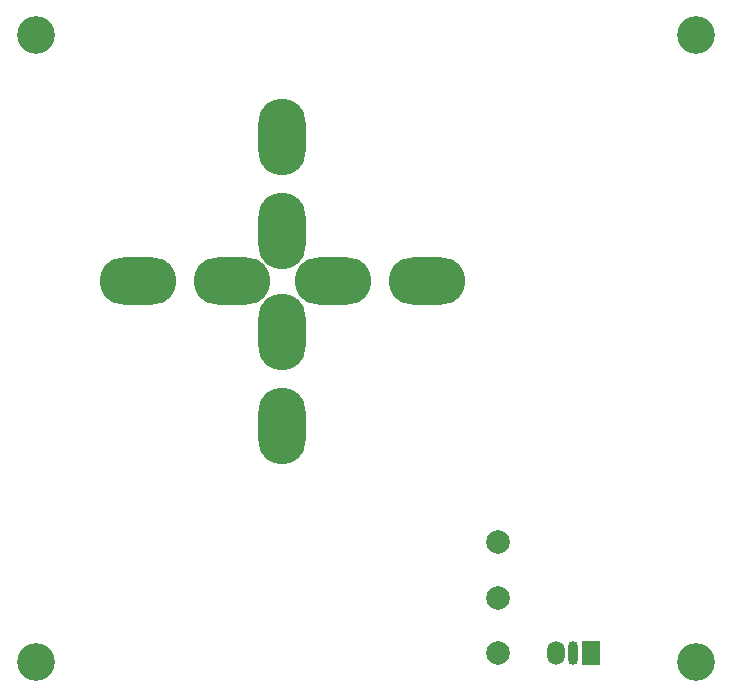
<source format=gbr>
%TF.GenerationSoftware,KiCad,Pcbnew,(5.1.8)-1*%
%TF.CreationDate,2021-11-03T02:00:03+01:00*%
%TF.ProjectId,Base,42617365-2e6b-4696-9361-645f70636258,rev?*%
%TF.SameCoordinates,Original*%
%TF.FileFunction,Soldermask,Top*%
%TF.FilePolarity,Negative*%
%FSLAX46Y46*%
G04 Gerber Fmt 4.6, Leading zero omitted, Abs format (unit mm)*
G04 Created by KiCad (PCBNEW (5.1.8)-1) date 2021-11-03 02:00:03*
%MOMM*%
%LPD*%
G01*
G04 APERTURE LIST*
%ADD10R,1.500000X2.000000*%
%ADD11O,1.500000X2.000000*%
%ADD12O,0.900000X2.000000*%
%ADD13C,2.000000*%
%ADD14O,4.000000X6.500000*%
%ADD15O,6.500000X4.000000*%
%ADD16C,3.200000*%
G04 APERTURE END LIST*
D10*
%TO.C,U4*%
X163230000Y-123914000D03*
D11*
X160290000Y-123914000D03*
D12*
X161760000Y-123914000D03*
%TD*%
D13*
%TO.C,SW1*%
X155408000Y-114516000D03*
X155408000Y-119216000D03*
X155408000Y-123916000D03*
%TD*%
D14*
%TO.C,C7*%
X137122000Y-104668000D03*
X137122000Y-96668000D03*
X137122000Y-80168000D03*
X137122000Y-88168000D03*
D15*
X124872000Y-92418000D03*
X132872000Y-92418000D03*
X149372000Y-92418000D03*
X141372000Y-92418000D03*
%TD*%
D16*
%TO.C,H4*%
X116294000Y-124676000D03*
%TD*%
%TO.C,H3*%
X116294000Y-71590000D03*
%TD*%
%TO.C,H2*%
X172174000Y-124676000D03*
%TD*%
%TO.C,H1*%
X172174000Y-71590000D03*
%TD*%
M02*

</source>
